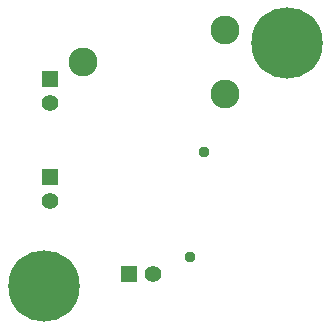
<source format=gbr>
G04 EAGLE Gerber RS-274X export*
G75*
%MOMM*%
%FSLAX34Y34*%
%LPD*%
%INSoldermask Bottom*%
%IPPOS*%
%AMOC8*
5,1,8,0,0,1.08239X$1,22.5*%
G01*
%ADD10R,1.411200X1.411200*%
%ADD11C,1.411200*%
%ADD12C,6.045200*%
%ADD13C,2.453200*%
%ADD14C,0.959600*%


D10*
X280060Y262048D03*
D11*
X280060Y242048D03*
D12*
X274800Y169800D03*
X481000Y375800D03*
D10*
X280060Y345360D03*
D11*
X280060Y325360D03*
D10*
X347160Y180028D03*
D11*
X367160Y180028D03*
D13*
X428188Y332310D03*
X428188Y387310D03*
X308188Y359810D03*
D14*
X411000Y284000D03*
X398526Y194310D03*
M02*

</source>
